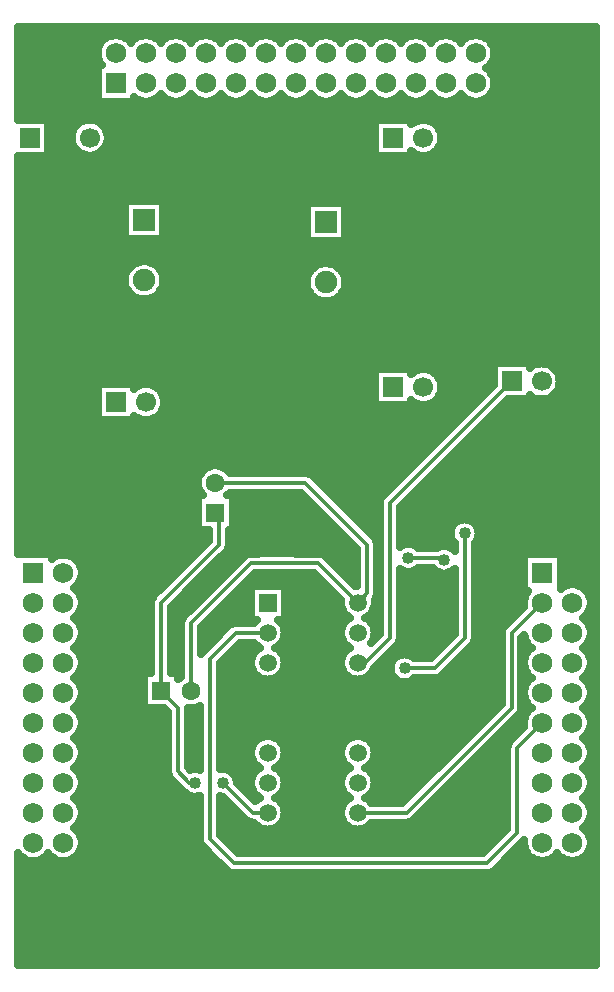
<source format=gbl>
G04 DipTrace 3.1.0.1*
G04 09342-02_pranvokua9_0_1.gbl*
%MOMM*%
G04 #@! TF.FileFunction,Copper,L2,Bot*
G04 #@! TF.Part,Single*
G04 #@! TA.AperFunction,Conductor*
%ADD15C,0.33*%
G04 #@! TA.AperFunction,CopperBalancing*
%ADD16C,0.635*%
G04 #@! TA.AperFunction,ComponentPad*
%ADD17C,1.6*%
%ADD18R,1.6X1.6*%
%ADD19R,1.75X1.75*%
%ADD20C,1.75*%
%ADD21R,1.7X1.7*%
%ADD22C,1.7*%
%ADD23R,1.9X1.9*%
%ADD24C,1.9*%
%ADD25R,1.5X1.5*%
%ADD26C,1.5*%
G04 #@! TA.AperFunction,ViaPad*
%ADD27C,1.016*%
%FSLAX35Y35*%
G04*
G71*
G90*
G75*
G01*
G04 Bottom*
%LPD*%
X3333470Y4032760D2*
D15*
X3063600D1*
X2841347Y3810507D1*
Y2286507D1*
X3047720Y2080133D1*
X5190847D1*
X5444847Y2334133D1*
Y3058033D1*
X5658207Y3271393D1*
X5000347Y4874133D2*
Y3985133D1*
X4746347Y3731133D1*
X4492347D1*
X4095470Y3778760D2*
X4158973D1*
X4365347Y3985133D1*
Y5128133D1*
X5397220Y6160007D1*
X4524097Y4667760D2*
X4809843D1*
X4825720Y4651883D1*
X4095470Y2508760D2*
X4508223D1*
X5397220Y3397757D1*
Y4026407D1*
X5658207Y4287393D1*
X3333470Y2508760D2*
X3207200D1*
X2953220Y2762740D1*
X2715120D2*
X2667500D1*
X2572260Y2857980D1*
Y3397647D1*
X2429387Y3540520D1*
Y4286567D1*
X2921473Y4778653D1*
Y5016753D1*
X2889727Y5048500D1*
X2683387Y3540520D2*
Y4111987D1*
X3191320Y4619920D1*
X3762310D1*
X4095470Y4286760D1*
X2889727Y5302500D2*
X3651620D1*
X4175467Y4778653D1*
Y4366757D1*
X4095470Y4286760D1*
D27*
X2953220Y2762740D3*
X4524097Y4667760D3*
X4825720Y4651883D3*
X2715120Y2762740D3*
X4492347Y3731133D3*
X5000347Y4874133D3*
X1228493Y9097217D2*
D16*
X6105220D1*
X1228493Y9034050D2*
X1919710D1*
X5223507D2*
X6105220D1*
X1228493Y8970883D2*
X1889907D1*
X5253220D2*
X6105220D1*
X1228493Y8907717D2*
X1889450D1*
X5253767D2*
X6105220D1*
X1228493Y8844550D2*
X1917890D1*
X5225237D2*
X6105220D1*
X1228493Y8781383D2*
X1886443D1*
X5222410D2*
X6105220D1*
X1228493Y8718217D2*
X1886443D1*
X5252947D2*
X6105220D1*
X1228493Y8655050D2*
X1886443D1*
X5254040D2*
X6105220D1*
X1228493Y8591883D2*
X1886443D1*
X5226240D2*
X6105220D1*
X1228493Y8528717D2*
X6105220D1*
X1228493Y8465550D2*
X6105220D1*
X1228493Y8402383D2*
X6105220D1*
X1476957Y8339217D2*
X1721287D1*
X1931227D2*
X4239010D1*
X4756657D2*
X6105220D1*
X1476957Y8276050D2*
X1677080D1*
X1975433D2*
X4239010D1*
X4800863D2*
X6105220D1*
X1476957Y8212883D2*
X1667967D1*
X1984547D2*
X4239010D1*
X4809977D2*
X6105220D1*
X1476957Y8149717D2*
X1686470D1*
X1966043D2*
X4239010D1*
X4791473D2*
X6105220D1*
X1476957Y8086550D2*
X1752550D1*
X1899963D2*
X4239010D1*
X4556317D2*
X4577980D1*
X4725393D2*
X6105220D1*
X1228493Y8023383D2*
X6105220D1*
X1228493Y7960217D2*
X6105220D1*
X1228493Y7897050D2*
X6105220D1*
X1228493Y7833883D2*
X6105220D1*
X1228493Y7770717D2*
X6105220D1*
X1228493Y7707550D2*
X6105220D1*
X1228493Y7644383D2*
X2117863D1*
X2455223D2*
X3657590D1*
X3994950D2*
X6105220D1*
X1228493Y7581217D2*
X2117863D1*
X2455223D2*
X3657590D1*
X3994950D2*
X6105220D1*
X1228493Y7518050D2*
X2117863D1*
X2455223D2*
X3657590D1*
X3994950D2*
X6105220D1*
X1228493Y7454883D2*
X2117863D1*
X2455223D2*
X3657590D1*
X3994950D2*
X6105220D1*
X1228493Y7391717D2*
X2117863D1*
X2455223D2*
X3657590D1*
X3994950D2*
X6105220D1*
X1228493Y7328550D2*
X6105220D1*
X1228493Y7265383D2*
X6105220D1*
X1228493Y7202217D2*
X6105220D1*
X1228493Y7139050D2*
X2173460D1*
X2399627D2*
X3734790D1*
X3917750D2*
X6105220D1*
X1228493Y7075883D2*
X2129073D1*
X2444013D2*
X3676000D1*
X3976540D2*
X6105220D1*
X1228493Y7012717D2*
X2117953D1*
X2455133D2*
X3658043D1*
X3994493D2*
X6105220D1*
X1228493Y6949550D2*
X2132447D1*
X2440640D2*
X3665883D1*
X3986567D2*
X6105220D1*
X1228493Y6886383D2*
X2183487D1*
X2389600D2*
X3704803D1*
X3947647D2*
X6105220D1*
X1228493Y6823217D2*
X6105220D1*
X1228493Y6760050D2*
X6105220D1*
X1228493Y6696883D2*
X6105220D1*
X1228493Y6633717D2*
X6105220D1*
X1228493Y6570550D2*
X6105220D1*
X1228493Y6507383D2*
X6105220D1*
X1228493Y6444217D2*
X6105220D1*
X1228493Y6381050D2*
X6105220D1*
X1228493Y6317883D2*
X6105220D1*
X1228493Y6254717D2*
X4238460D1*
X4555770D2*
X4590557D1*
X4711630D2*
X5238603D1*
X5776850D2*
X6105220D1*
X1228493Y6191550D2*
X4238460D1*
X4787553D2*
X5238603D1*
X5806567D2*
X6105220D1*
X1228493Y6128383D2*
X1889817D1*
X2207127D2*
X2244647D1*
X2360250D2*
X4238460D1*
X4808883D2*
X5238603D1*
X5806567D2*
X6105220D1*
X1228493Y6065217D2*
X1889817D1*
X2438270D2*
X4238460D1*
X4802230D2*
X5177537D1*
X5776760D2*
X6105220D1*
X1228493Y6002050D2*
X1889817D1*
X2460147D2*
X4238460D1*
X4762490D2*
X5114373D1*
X5364143D2*
X6105220D1*
X1228493Y5938883D2*
X1889817D1*
X2453947D2*
X5051210D1*
X5300980D2*
X6105220D1*
X1228493Y5875717D2*
X1889817D1*
X2414847D2*
X4988043D1*
X5237817D2*
X6105220D1*
X1228493Y5812550D2*
X4924880D1*
X5174650D2*
X6105220D1*
X1228493Y5749383D2*
X4861717D1*
X5111487D2*
X6105220D1*
X1228493Y5686217D2*
X4798553D1*
X5048323D2*
X6105220D1*
X1228493Y5623050D2*
X4735390D1*
X4985160D2*
X6105220D1*
X1228493Y5559883D2*
X4672223D1*
X4921993D2*
X6105220D1*
X1228493Y5496717D2*
X4609060D1*
X4858830D2*
X6105220D1*
X1228493Y5433550D2*
X2816130D1*
X2963363D2*
X4545897D1*
X4795667D2*
X6105220D1*
X1228493Y5370383D2*
X2752603D1*
X3707113D2*
X4482733D1*
X4732503D2*
X6105220D1*
X1228493Y5307217D2*
X2736103D1*
X3771733D2*
X4419567D1*
X4669340D2*
X6105220D1*
X1228493Y5244050D2*
X2748137D1*
X3834990D2*
X4356403D1*
X4606173D2*
X6105220D1*
X1228493Y5180883D2*
X2736103D1*
X3043387D2*
X3648383D1*
X3898153D2*
X4293877D1*
X4543010D2*
X6105220D1*
X1228493Y5117717D2*
X2736103D1*
X3043387D2*
X3711547D1*
X3961317D2*
X4275193D1*
X4479847D2*
X6105220D1*
X1228493Y5054550D2*
X2736103D1*
X3043387D2*
X3774710D1*
X4024483D2*
X4275193D1*
X4455510D2*
X6105220D1*
X1228493Y4991383D2*
X2736103D1*
X3043387D2*
X3837877D1*
X4087647D2*
X4275193D1*
X4455510D2*
X4979750D1*
X5020950D2*
X6105220D1*
X1228493Y4928217D2*
X2736103D1*
X3043387D2*
X3901040D1*
X4150810D2*
X4275193D1*
X4455510D2*
X4888970D1*
X5111670D2*
X6105220D1*
X1228493Y4865050D2*
X2831353D1*
X3011670D2*
X3964203D1*
X4213973D2*
X4275193D1*
X4455510D2*
X4876210D1*
X5124430D2*
X6105220D1*
X1228493Y4801883D2*
X2819867D1*
X3011670D2*
X4027367D1*
X4455510D2*
X4900543D1*
X5100093D2*
X6105220D1*
X1228493Y4738717D2*
X2756703D1*
X3001460D2*
X4085337D1*
X5090523D2*
X6105220D1*
X1685590Y4675550D2*
X2693540D1*
X2943220D2*
X3122107D1*
X3831527D2*
X4085337D1*
X5090523D2*
X5497003D1*
X5819327D2*
X6105220D1*
X1746657Y4612383D2*
X2630283D1*
X2880053D2*
X3058943D1*
X3894690D2*
X4085337D1*
X5090523D2*
X5497003D1*
X5819327D2*
X6105220D1*
X1764067Y4549217D2*
X2567120D1*
X2816890D2*
X2995780D1*
X3957853D2*
X4085337D1*
X4455510D2*
X4761000D1*
X4890460D2*
X4910207D1*
X5090523D2*
X5497003D1*
X5819327D2*
X6105220D1*
X1754313Y4486050D2*
X2503957D1*
X2753727D2*
X2932617D1*
X3182293D2*
X3771340D1*
X4021017D2*
X4085337D1*
X4455510D2*
X4910207D1*
X5090523D2*
X5497003D1*
X5819327D2*
X6105220D1*
X1709833Y4422883D2*
X2440793D1*
X2690563D2*
X2869450D1*
X3119130D2*
X3184817D1*
X3482163D2*
X3834503D1*
X4455510D2*
X4910207D1*
X5090523D2*
X5497003D1*
X5993413D2*
X6105220D1*
X1746017Y4359717D2*
X2377627D1*
X2627400D2*
X2806197D1*
X3055967D2*
X3184817D1*
X3482163D2*
X3897667D1*
X4455510D2*
X4910207D1*
X5090523D2*
X5514960D1*
X6055393D2*
X6105220D1*
X1763973Y4296550D2*
X2339803D1*
X2564233D2*
X2743033D1*
X2992803D2*
X3184817D1*
X3482163D2*
X3947160D1*
X4243780D2*
X4275193D1*
X4455510D2*
X4910207D1*
X5090523D2*
X5497277D1*
X6073077D2*
X6105220D1*
X1754767Y4233383D2*
X2339257D1*
X2519573D2*
X2679867D1*
X2929637D2*
X3184817D1*
X3482163D2*
X3957187D1*
X4233753D2*
X4275193D1*
X4455510D2*
X4910207D1*
X5090523D2*
X5479320D1*
X6063597D2*
X6105220D1*
X1711383Y4170217D2*
X2339257D1*
X2519573D2*
X2616793D1*
X2866473D2*
X3184817D1*
X3482163D2*
X4007407D1*
X4183530D2*
X4275193D1*
X4455510D2*
X4910207D1*
X5090523D2*
X5416157D1*
X6019757D2*
X6105220D1*
X1745290Y4107050D2*
X2339257D1*
X2519573D2*
X2593187D1*
X2803310D2*
X3018473D1*
X3461200D2*
X3967760D1*
X4223180D2*
X4275193D1*
X4455510D2*
X4910207D1*
X5090523D2*
X5352993D1*
X6054757D2*
X6105220D1*
X1763883Y4043883D2*
X2339257D1*
X2519573D2*
X2593187D1*
X2773507D2*
X2949843D1*
X3481710D2*
X3947250D1*
X4243687D2*
X4275193D1*
X4455510D2*
X4910207D1*
X5090523D2*
X5308877D1*
X6072983D2*
X6105220D1*
X1755223Y3980717D2*
X2339257D1*
X2519573D2*
X2593187D1*
X2773507D2*
X2886677D1*
X3472230D2*
X3956640D1*
X4455420D2*
X4871013D1*
X5090433D2*
X5307057D1*
X6064143D2*
X6105220D1*
X1712840Y3917550D2*
X2339257D1*
X2519573D2*
X2593187D1*
X2773507D2*
X2823513D1*
X3073283D2*
X3243603D1*
X3423377D2*
X4005583D1*
X4422607D2*
X4807850D1*
X5057620D2*
X5307057D1*
X5487373D2*
X5549140D1*
X6021213D2*
X6105220D1*
X1744560Y3854383D2*
X2339257D1*
X2519573D2*
X2593187D1*
X3010120D2*
X3206600D1*
X3460380D2*
X3968580D1*
X4359443D2*
X4744687D1*
X4994457D2*
X5307057D1*
X5487373D2*
X5516417D1*
X6054027D2*
X6105220D1*
X1763793Y3791217D2*
X2339257D1*
X2519573D2*
X2593187D1*
X2946957D2*
X3185363D1*
X3481617D2*
X3947343D1*
X4296280D2*
X4384293D1*
X4931293D2*
X5307057D1*
X6072893D2*
X6105220D1*
X1755680Y3728050D2*
X2339257D1*
X2519573D2*
X2593187D1*
X2931553D2*
X3194113D1*
X3472777D2*
X3956183D1*
X4234757D2*
X4367890D1*
X4868127D2*
X5307057D1*
X6064600D2*
X6105220D1*
X1714300Y3664883D2*
X2275727D1*
X2931553D2*
X3241783D1*
X3425197D2*
X4003760D1*
X4187177D2*
X4388213D1*
X4804053D2*
X5307057D1*
X5487373D2*
X5547680D1*
X6022763D2*
X6105220D1*
X1743740Y3601717D2*
X2275727D1*
X2931553D2*
X5307057D1*
X5487373D2*
X5517147D1*
X6053207D2*
X6105220D1*
X1763610Y3538550D2*
X2275727D1*
X2931553D2*
X5307057D1*
X6072803D2*
X6105220D1*
X1756137Y3475383D2*
X2275727D1*
X2931553D2*
X5307057D1*
X6065053D2*
X6105220D1*
X1715757Y3412217D2*
X2275727D1*
X2931553D2*
X5286820D1*
X5487373D2*
X5546223D1*
X6024220D2*
X6105220D1*
X1743010Y3349050D2*
X2482080D1*
X2662400D2*
X2751143D1*
X2931553D2*
X5223657D1*
X5471787D2*
X5517967D1*
X6052477D2*
X6105220D1*
X1763517Y3285883D2*
X2482080D1*
X2662400D2*
X2751143D1*
X2931553D2*
X5160493D1*
X5410263D2*
X5497733D1*
X6072710D2*
X6105220D1*
X1756590Y3222717D2*
X2482080D1*
X2662400D2*
X2751143D1*
X2931553D2*
X5097330D1*
X5347100D2*
X5484700D1*
X6065510D2*
X6105220D1*
X1717127Y3159550D2*
X2482080D1*
X2662400D2*
X2751143D1*
X2931553D2*
X5034163D1*
X5283843D2*
X5421443D1*
X6025590D2*
X6105220D1*
X1742190Y3096383D2*
X2482080D1*
X2662400D2*
X2751143D1*
X2931553D2*
X3209150D1*
X3457737D2*
X3971130D1*
X4219807D2*
X4971000D1*
X5220680D2*
X5363930D1*
X6051657D2*
X6105220D1*
X1763337Y3033217D2*
X2482080D1*
X2662400D2*
X2751143D1*
X2931553D2*
X3185727D1*
X3481160D2*
X3947797D1*
X4243140D2*
X4907837D1*
X5157517D2*
X5354723D1*
X6072530D2*
X6105220D1*
X1757047Y2970050D2*
X2482080D1*
X2662400D2*
X2751143D1*
X2931553D2*
X3192653D1*
X3474233D2*
X3954723D1*
X4236213D2*
X4844673D1*
X5094350D2*
X5354723D1*
X6065967D2*
X6105220D1*
X1718493Y2906883D2*
X2482080D1*
X2662400D2*
X2751143D1*
X2931553D2*
X3236677D1*
X3430303D2*
X3998657D1*
X4192280D2*
X4781510D1*
X5031187D2*
X5354723D1*
X6026957D2*
X6105220D1*
X1741370Y2843717D2*
X2483357D1*
X3045577D2*
X3210063D1*
X3456827D2*
X3972043D1*
X4218897D2*
X4718343D1*
X4968023D2*
X5354723D1*
X6050927D2*
X6105220D1*
X1763243Y2780550D2*
X2524830D1*
X3076293D2*
X3185910D1*
X3480980D2*
X3947890D1*
X4243050D2*
X4655180D1*
X4904860D2*
X5354723D1*
X6072437D2*
X6105220D1*
X1757503Y2717383D2*
X2587993D1*
X3123413D2*
X3192200D1*
X3474690D2*
X3954270D1*
X4236670D2*
X4592017D1*
X4841697D2*
X5354723D1*
X6066330D2*
X6105220D1*
X1719860Y2654217D2*
X2662187D1*
X3186577D2*
X3235127D1*
X3431850D2*
X3997107D1*
X4193830D2*
X4528760D1*
X4778530D2*
X5354723D1*
X6028323D2*
X6105220D1*
X1740550Y2591050D2*
X2751143D1*
X2931553D2*
X3000063D1*
X3455913D2*
X3973043D1*
X4715367D2*
X5354723D1*
X6050107D2*
X6105220D1*
X1763063Y2527883D2*
X2751143D1*
X2931553D2*
X3063227D1*
X3480797D2*
X3948070D1*
X4652203D2*
X5354723D1*
X6072257D2*
X6105220D1*
X1757867Y2464717D2*
X2751143D1*
X2931553D2*
X3126390D1*
X3475147D2*
X3953813D1*
X4589040D2*
X5354723D1*
X6066787D2*
X6105220D1*
X1721137Y2401550D2*
X2751143D1*
X2931553D2*
X3233580D1*
X3433400D2*
X3995557D1*
X4195380D2*
X5354723D1*
X6029600D2*
X6105220D1*
X1739730Y2338383D2*
X2751143D1*
X2931553D2*
X5324190D1*
X6049287D2*
X6105220D1*
X1762880Y2275217D2*
X2751963D1*
X2977490D2*
X5261027D1*
X6072073D2*
X6105220D1*
X1758233Y2212050D2*
X2790883D1*
X3040653D2*
X5197863D1*
X5447633D2*
X5503200D1*
X6067150D2*
X6105220D1*
X1722410Y2148883D2*
X2854140D1*
X5384470D2*
X5539477D1*
X6030877D2*
X6105220D1*
X1228493Y2085717D2*
X2917303D1*
X5321303D2*
X6105220D1*
X1228493Y2022550D2*
X2980467D1*
X5258140D2*
X6105220D1*
X1228493Y1959383D2*
X6105220D1*
X1228493Y1896217D2*
X6105220D1*
X1228493Y1833050D2*
X6105220D1*
X1228493Y1769883D2*
X6105220D1*
X1228493Y1706717D2*
X6105220D1*
X1228493Y1643550D2*
X6105220D1*
X1228493Y1580383D2*
X6105220D1*
X1228493Y1517217D2*
X6105220D1*
X1228493Y1454050D2*
X6105220D1*
X1228493Y1390883D2*
X6105220D1*
X1228493Y1327717D2*
X6105220D1*
X1228493Y1264550D2*
X6105220D1*
X2757557Y3413350D2*
X2739760Y3404423D1*
X2717777Y3397280D1*
X2694943Y3393663D1*
X2671830D1*
X2656043Y3395880D1*
X2656070Y2892607D1*
X2674897Y2873867D1*
X2687547Y2877587D1*
X2705853Y2880487D1*
X2724387D1*
X2742693Y2877587D1*
X2757567Y2872877D1*
X2757537Y3413160D1*
X2576677Y3641930D2*
X2587717Y3652537D1*
X2599543Y3661530D1*
X2599833Y4118563D1*
X2601893Y4131553D1*
X2605957Y4144060D1*
X2611927Y4155777D1*
X2619657Y4166417D1*
X2739617Y4286743D1*
X3136890Y4683650D1*
X3147530Y4691380D1*
X3159247Y4697350D1*
X3171753Y4701413D1*
X3184743Y4703473D1*
X3354653Y4703730D1*
X3768887Y4703473D1*
X3781877Y4701413D1*
X3794383Y4697350D1*
X3806100Y4691380D1*
X3816740Y4683650D1*
X3937067Y4563690D1*
X4073377Y4427377D1*
X4091677Y4428920D1*
X4091657Y4744010D1*
X3616910Y5218683D1*
X3010957Y5218690D1*
X3001743Y5206830D1*
X2991137Y5195790D1*
X3037037Y5195810D1*
Y4901190D1*
X3005227D1*
X3005023Y4772077D1*
X3002967Y4759087D1*
X2998903Y4746580D1*
X2992933Y4734863D1*
X2985203Y4724223D1*
X2865243Y4603897D1*
X2513153Y4251807D1*
X2513197Y3687830D1*
X2576697D1*
Y3642167D1*
X2305410Y3687830D2*
X2345607D1*
X2345833Y4293143D1*
X2347893Y4306133D1*
X2351957Y4318640D1*
X2357927Y4330357D1*
X2365657Y4340997D1*
X2485617Y4461323D1*
X2837707Y4813413D1*
X2837663Y4901243D1*
X2742417Y4901190D1*
Y5195810D1*
X2788080D1*
X2777710Y5206830D1*
X2764123Y5225530D1*
X2753630Y5246127D1*
X2746487Y5268110D1*
X2742870Y5290943D1*
Y5314057D1*
X2746487Y5336890D1*
X2753630Y5358873D1*
X2764123Y5379470D1*
X2777710Y5398170D1*
X2794057Y5414517D1*
X2812757Y5428103D1*
X2833353Y5438597D1*
X2855337Y5445740D1*
X2878170Y5449357D1*
X2901283D1*
X2924117Y5445740D1*
X2946100Y5438597D1*
X2966697Y5428103D1*
X2985397Y5414517D1*
X3001743Y5398170D1*
X3010737Y5386343D1*
X3658197Y5386053D1*
X3671187Y5383993D1*
X3683693Y5379930D1*
X3695410Y5373960D1*
X3706050Y5366230D1*
X3826377Y5246270D1*
X4239197Y4833083D1*
X4246927Y4822443D1*
X4252897Y4810727D1*
X4256960Y4798220D1*
X4259020Y4785230D1*
X4259277Y4615320D1*
X4259020Y4360180D1*
X4256960Y4347190D1*
X4252897Y4334683D1*
X4246927Y4322967D1*
X4239180Y4312307D1*
X4237340Y4297927D1*
Y4275593D1*
X4233847Y4253540D1*
X4226947Y4232300D1*
X4216810Y4212403D1*
X4203683Y4194337D1*
X4187893Y4178547D1*
X4169827Y4165420D1*
X4160077Y4159560D1*
X4179117Y4147890D1*
X4196100Y4133390D1*
X4210600Y4116407D1*
X4222270Y4097367D1*
X4230813Y4076737D1*
X4236027Y4055023D1*
X4237780Y4032760D1*
X4236027Y4010497D1*
X4230813Y3988783D1*
X4222270Y3968153D1*
X4209870Y3948187D1*
X4281523Y4019837D1*
X4281793Y5134710D1*
X4283853Y5147700D1*
X4287917Y5160207D1*
X4293887Y5171923D1*
X4301617Y5182563D1*
X4421577Y5302890D1*
X5244923Y6126237D1*
X5244910Y6312317D1*
X5549530D1*
Y6273397D1*
X5561693Y6283227D1*
X5582073Y6295717D1*
X5604153Y6304863D1*
X5627393Y6310440D1*
X5651220Y6312317D1*
X5675047Y6310440D1*
X5698287Y6304863D1*
X5720367Y6295717D1*
X5740747Y6283227D1*
X5758920Y6267707D1*
X5774440Y6249533D1*
X5786930Y6229153D1*
X5796077Y6207073D1*
X5801653Y6183833D1*
X5803530Y6160007D1*
X5801653Y6136180D1*
X5796077Y6112940D1*
X5786930Y6090860D1*
X5774440Y6070480D1*
X5758920Y6052307D1*
X5740747Y6036787D1*
X5720367Y6024297D1*
X5698287Y6015150D1*
X5675047Y6009573D1*
X5651220Y6007697D1*
X5627393Y6009573D1*
X5604153Y6015150D1*
X5582073Y6024297D1*
X5561693Y6036787D1*
X5549523Y6046757D1*
X5549530Y6007697D1*
X5363500D1*
X4449197Y5093457D1*
X4449157Y4759083D1*
X4462383Y4768467D1*
X4478897Y4776880D1*
X4496523Y4782607D1*
X4514830Y4785507D1*
X4533363D1*
X4551670Y4782607D1*
X4569297Y4776880D1*
X4585810Y4768467D1*
X4600803Y4757570D1*
X4607320Y4751547D1*
X4762443Y4751570D1*
X4780520Y4761003D1*
X4798147Y4766730D1*
X4816453Y4769630D1*
X4834987D1*
X4853293Y4766730D1*
X4870920Y4761003D1*
X4887433Y4752590D1*
X4902427Y4741693D1*
X4916540Y4727310D1*
X4916537Y4790953D1*
X4904793Y4804710D1*
X4895110Y4820513D1*
X4888017Y4837637D1*
X4883690Y4855657D1*
X4882237Y4874133D1*
X4883690Y4892610D1*
X4888017Y4910630D1*
X4895110Y4927753D1*
X4904793Y4943557D1*
X4916830Y4957650D1*
X4930923Y4969687D1*
X4946727Y4979370D1*
X4963850Y4986463D1*
X4981870Y4990790D1*
X5000347Y4992243D1*
X5018823Y4990790D1*
X5036843Y4986463D1*
X5053967Y4979370D1*
X5069770Y4969687D1*
X5083863Y4957650D1*
X5095900Y4943557D1*
X5105583Y4927753D1*
X5112677Y4910630D1*
X5117003Y4892610D1*
X5118457Y4874133D1*
X5117003Y4855657D1*
X5112677Y4837637D1*
X5105583Y4820513D1*
X5095900Y4804710D1*
X5084133Y4790910D1*
X5083900Y3978557D1*
X5081840Y3965567D1*
X5077777Y3953060D1*
X5071807Y3941343D1*
X5064077Y3930703D1*
X4944117Y3810377D1*
X4800777Y3667403D1*
X4790137Y3659673D1*
X4778420Y3653703D1*
X4765913Y3649640D1*
X4752923Y3647580D1*
X4583013Y3647323D1*
X4575630D1*
X4561770Y3635580D1*
X4545967Y3625897D1*
X4528843Y3618803D1*
X4510823Y3614477D1*
X4492347Y3613023D1*
X4473870Y3614477D1*
X4455850Y3618803D1*
X4438727Y3625897D1*
X4422923Y3635580D1*
X4408830Y3647617D1*
X4396793Y3661710D1*
X4387110Y3677513D1*
X4380017Y3694637D1*
X4375690Y3712657D1*
X4374237Y3731133D1*
X4375690Y3749610D1*
X4380017Y3767630D1*
X4387110Y3784753D1*
X4396793Y3800557D1*
X4408830Y3814650D1*
X4422923Y3826687D1*
X4438727Y3836370D1*
X4455850Y3843463D1*
X4473870Y3847790D1*
X4492347Y3849243D1*
X4510823Y3847790D1*
X4528843Y3843463D1*
X4545967Y3836370D1*
X4561770Y3826687D1*
X4575570Y3814920D1*
X4711553Y3814943D1*
X4916590Y4019903D1*
X4916537Y4576397D1*
X4902427Y4562073D1*
X4887433Y4551177D1*
X4870920Y4542763D1*
X4853293Y4537037D1*
X4834987Y4534137D1*
X4816453D1*
X4798147Y4537037D1*
X4780520Y4542763D1*
X4764007Y4551177D1*
X4749013Y4562073D1*
X4735910Y4575177D1*
X4729180Y4583937D1*
X4607410Y4583950D1*
X4593520Y4572207D1*
X4577717Y4562523D1*
X4560593Y4555430D1*
X4542573Y4551103D1*
X4524097Y4549650D1*
X4505620Y4551103D1*
X4487600Y4555430D1*
X4470477Y4562523D1*
X4454673Y4572207D1*
X4449183Y4576537D1*
X4448900Y3978557D1*
X4446840Y3965567D1*
X4442777Y3953060D1*
X4436807Y3941343D1*
X4429077Y3930703D1*
X4309117Y3810377D1*
X4229390Y3730653D1*
X4222270Y3714153D1*
X4210600Y3695113D1*
X4196100Y3678130D1*
X4179117Y3663630D1*
X4160077Y3651960D1*
X4139447Y3643417D1*
X4117733Y3638203D1*
X4095470Y3636450D1*
X4073207Y3638203D1*
X4051493Y3643417D1*
X4030863Y3651960D1*
X4011823Y3663630D1*
X3994840Y3678130D1*
X3980340Y3695113D1*
X3968670Y3714153D1*
X3960127Y3734783D1*
X3954913Y3756497D1*
X3953160Y3778760D1*
X3954913Y3801023D1*
X3960127Y3822737D1*
X3968670Y3843367D1*
X3980340Y3862407D1*
X3994840Y3879390D1*
X4011823Y3893890D1*
X4031300Y3905760D1*
X4011823Y3917630D1*
X3994840Y3932130D1*
X3980340Y3949113D1*
X3968670Y3968153D1*
X3960127Y3988783D1*
X3954913Y4010497D1*
X3953160Y4032760D1*
X3954913Y4055023D1*
X3960127Y4076737D1*
X3968670Y4097367D1*
X3980340Y4116407D1*
X3994840Y4133390D1*
X4011823Y4147890D1*
X4031300Y4159760D1*
X4011823Y4171630D1*
X3994840Y4186130D1*
X3980340Y4203113D1*
X3968670Y4222153D1*
X3960127Y4242783D1*
X3954913Y4264497D1*
X3953160Y4286760D1*
X3954887Y4308807D1*
X3727557Y4536147D1*
X3226100Y4536110D1*
X2767143Y4077220D1*
X2767197Y3849577D1*
X2773543Y3859770D1*
X2782103Y3869787D1*
X3009170Y4096490D1*
X3019810Y4104220D1*
X3031527Y4110190D1*
X3044033Y4114253D1*
X3057023Y4116313D1*
X3218457Y4116570D1*
X3232840Y4133390D1*
X3245470Y4144460D1*
X3191160Y4144450D1*
Y4429070D1*
X3475780D1*
Y4144450D1*
X3421730D1*
X3434100Y4133390D1*
X3448600Y4116407D1*
X3460270Y4097367D1*
X3468813Y4076737D1*
X3474027Y4055023D1*
X3475780Y4032760D1*
X3474027Y4010497D1*
X3468813Y3988783D1*
X3460270Y3968153D1*
X3448600Y3949113D1*
X3434100Y3932130D1*
X3417117Y3917630D1*
X3397640Y3905760D1*
X3417117Y3893890D1*
X3434100Y3879390D1*
X3448600Y3862407D1*
X3460270Y3843367D1*
X3468813Y3822737D1*
X3474027Y3801023D1*
X3475780Y3778760D1*
X3474027Y3756497D1*
X3468813Y3734783D1*
X3460270Y3714153D1*
X3448600Y3695113D1*
X3434100Y3678130D1*
X3417117Y3663630D1*
X3398077Y3651960D1*
X3377447Y3643417D1*
X3355733Y3638203D1*
X3333470Y3636450D1*
X3311207Y3638203D1*
X3289493Y3643417D1*
X3268863Y3651960D1*
X3249823Y3663630D1*
X3232840Y3678130D1*
X3218340Y3695113D1*
X3206670Y3714153D1*
X3198127Y3734783D1*
X3192913Y3756497D1*
X3191160Y3778760D1*
X3192913Y3801023D1*
X3198127Y3822737D1*
X3206670Y3843367D1*
X3218340Y3862407D1*
X3232840Y3879390D1*
X3249823Y3893890D1*
X3269300Y3905760D1*
X3249823Y3917630D1*
X3232840Y3932130D1*
X3218473Y3948940D1*
X3098403Y3948950D1*
X2925197Y3775830D1*
X2925157Y2877447D1*
X2943953Y2880487D1*
X2962487D1*
X2980793Y2877587D1*
X2998420Y2871860D1*
X3014933Y2863447D1*
X3029927Y2852550D1*
X3043030Y2839447D1*
X3053927Y2824453D1*
X3062340Y2807940D1*
X3068067Y2790313D1*
X3070967Y2772007D1*
X3071313Y2763137D1*
X3229100Y2605387D1*
X3241047Y2616973D1*
X3259113Y2630100D1*
X3268863Y2635960D1*
X3249823Y2647630D1*
X3232840Y2662130D1*
X3218340Y2679113D1*
X3206670Y2698153D1*
X3198127Y2718783D1*
X3192913Y2740497D1*
X3191160Y2762760D1*
X3192913Y2785023D1*
X3198127Y2806737D1*
X3206670Y2827367D1*
X3218340Y2846407D1*
X3232840Y2863390D1*
X3249823Y2877890D1*
X3269300Y2889760D1*
X3249823Y2901630D1*
X3232840Y2916130D1*
X3218340Y2933113D1*
X3206670Y2952153D1*
X3198127Y2972783D1*
X3192913Y2994497D1*
X3191160Y3016760D1*
X3192913Y3039023D1*
X3198127Y3060737D1*
X3206670Y3081367D1*
X3218340Y3100407D1*
X3232840Y3117390D1*
X3249823Y3131890D1*
X3268863Y3143560D1*
X3289493Y3152103D1*
X3311207Y3157317D1*
X3333470Y3159070D1*
X3355733Y3157317D1*
X3377447Y3152103D1*
X3398077Y3143560D1*
X3417117Y3131890D1*
X3434100Y3117390D1*
X3448600Y3100407D1*
X3460270Y3081367D1*
X3468813Y3060737D1*
X3474027Y3039023D1*
X3475780Y3016760D1*
X3474027Y2994497D1*
X3468813Y2972783D1*
X3460270Y2952153D1*
X3448600Y2933113D1*
X3434100Y2916130D1*
X3417117Y2901630D1*
X3397640Y2889760D1*
X3417117Y2877890D1*
X3434100Y2863390D1*
X3448600Y2846407D1*
X3460270Y2827367D1*
X3468813Y2806737D1*
X3474027Y2785023D1*
X3475780Y2762760D1*
X3474027Y2740497D1*
X3468813Y2718783D1*
X3460270Y2698153D1*
X3448600Y2679113D1*
X3434100Y2662130D1*
X3417117Y2647630D1*
X3397640Y2635760D1*
X3417117Y2623890D1*
X3434100Y2609390D1*
X3448600Y2592407D1*
X3460270Y2573367D1*
X3468813Y2552737D1*
X3474027Y2531023D1*
X3475780Y2508760D1*
X3474027Y2486497D1*
X3468813Y2464783D1*
X3460270Y2444153D1*
X3448600Y2425113D1*
X3434100Y2408130D1*
X3417117Y2393630D1*
X3398077Y2381960D1*
X3377447Y2373417D1*
X3355733Y2368203D1*
X3333470Y2366450D1*
X3311207Y2368203D1*
X3289493Y2373417D1*
X3268863Y2381960D1*
X3249823Y2393630D1*
X3232840Y2408130D1*
X3218473Y2424940D1*
X3200623Y2425207D1*
X3187633Y2427267D1*
X3175127Y2431330D1*
X3163410Y2437300D1*
X3152770Y2445030D1*
X3032443Y2564990D1*
X2952847Y2644587D1*
X2934743Y2646083D1*
X2925123Y2648040D1*
X2925157Y2321273D1*
X3082423Y2163957D1*
X5156197Y2163943D1*
X5361090Y2368903D1*
X5361293Y3064610D1*
X5363353Y3077600D1*
X5367417Y3090107D1*
X5373387Y3101823D1*
X5381117Y3112463D1*
X5501077Y3232790D1*
X5506943Y3238653D1*
X5503873Y3259247D1*
Y3283540D1*
X5507673Y3307533D1*
X5515180Y3330637D1*
X5526210Y3352280D1*
X5540487Y3371933D1*
X5557667Y3389113D1*
X5569777Y3398353D1*
X5557667Y3407673D1*
X5540487Y3424853D1*
X5526210Y3444507D1*
X5515180Y3466150D1*
X5507673Y3489253D1*
X5503873Y3513247D1*
Y3537540D1*
X5507673Y3561533D1*
X5515180Y3584637D1*
X5526210Y3606280D1*
X5540487Y3625933D1*
X5557667Y3643113D1*
X5569777Y3652353D1*
X5557667Y3661673D1*
X5540487Y3678853D1*
X5526210Y3698507D1*
X5515180Y3720150D1*
X5507673Y3743253D1*
X5503873Y3767247D1*
Y3791540D1*
X5507673Y3815533D1*
X5515180Y3838637D1*
X5526210Y3860280D1*
X5540487Y3879933D1*
X5557667Y3897113D1*
X5569777Y3906353D1*
X5557667Y3915673D1*
X5540487Y3932853D1*
X5526210Y3952507D1*
X5515180Y3974150D1*
X5507673Y3997253D1*
X5504583Y4015260D1*
X5481003Y3991663D1*
X5480773Y3391180D1*
X5478713Y3378190D1*
X5474650Y3365683D1*
X5468680Y3353967D1*
X5460950Y3343327D1*
X5340990Y3223000D1*
X4562653Y2445030D1*
X4552013Y2437300D1*
X4540297Y2431330D1*
X4527790Y2427267D1*
X4514800Y2425207D1*
X4344890Y2424950D1*
X4210450D1*
X4196100Y2408130D1*
X4179117Y2393630D1*
X4160077Y2381960D1*
X4139447Y2373417D1*
X4117733Y2368203D1*
X4095470Y2366450D1*
X4073207Y2368203D1*
X4051493Y2373417D1*
X4030863Y2381960D1*
X4011823Y2393630D1*
X3994840Y2408130D1*
X3980340Y2425113D1*
X3968670Y2444153D1*
X3960127Y2464783D1*
X3954913Y2486497D1*
X3953160Y2508760D1*
X3954913Y2531023D1*
X3960127Y2552737D1*
X3968670Y2573367D1*
X3980340Y2592407D1*
X3994840Y2609390D1*
X4011823Y2623890D1*
X4031300Y2635760D1*
X4011823Y2647630D1*
X3994840Y2662130D1*
X3980340Y2679113D1*
X3968670Y2698153D1*
X3960127Y2718783D1*
X3954913Y2740497D1*
X3953160Y2762760D1*
X3954913Y2785023D1*
X3960127Y2806737D1*
X3968670Y2827367D1*
X3980340Y2846407D1*
X3994840Y2863390D1*
X4011823Y2877890D1*
X4031300Y2889760D1*
X4011823Y2901630D1*
X3994840Y2916130D1*
X3980340Y2933113D1*
X3968670Y2952153D1*
X3960127Y2972783D1*
X3954913Y2994497D1*
X3953160Y3016760D1*
X3954913Y3039023D1*
X3960127Y3060737D1*
X3968670Y3081367D1*
X3980340Y3100407D1*
X3994840Y3117390D1*
X4011823Y3131890D1*
X4030863Y3143560D1*
X4051493Y3152103D1*
X4073207Y3157317D1*
X4095470Y3159070D1*
X4117733Y3157317D1*
X4139447Y3152103D1*
X4160077Y3143560D1*
X4179117Y3131890D1*
X4196100Y3117390D1*
X4210600Y3100407D1*
X4222270Y3081367D1*
X4230813Y3060737D1*
X4236027Y3039023D1*
X4237780Y3016760D1*
X4236027Y2994497D1*
X4230813Y2972783D1*
X4222270Y2952153D1*
X4210600Y2933113D1*
X4196100Y2916130D1*
X4179117Y2901630D1*
X4159640Y2889760D1*
X4179117Y2877890D1*
X4196100Y2863390D1*
X4210600Y2846407D1*
X4222270Y2827367D1*
X4230813Y2806737D1*
X4236027Y2785023D1*
X4237780Y2762760D1*
X4236027Y2740497D1*
X4230813Y2718783D1*
X4222270Y2698153D1*
X4210600Y2679113D1*
X4196100Y2662130D1*
X4179117Y2647630D1*
X4159640Y2635760D1*
X4179117Y2623890D1*
X4196100Y2609390D1*
X4210467Y2592580D1*
X4473453Y2592570D1*
X5313427Y3432490D1*
X5313667Y4032983D1*
X5315727Y4045973D1*
X5319790Y4058480D1*
X5325760Y4070197D1*
X5333490Y4080837D1*
X5453450Y4201163D1*
X5506880Y4254593D1*
X5503873Y4275247D1*
Y4299540D1*
X5507673Y4323533D1*
X5515180Y4346637D1*
X5526210Y4368280D1*
X5539400Y4386553D1*
X5503397Y4386583D1*
Y4696203D1*
X5813017D1*
Y4406267D1*
X5831320Y4419390D1*
X5852963Y4430420D1*
X5876067Y4437927D1*
X5900060Y4441727D1*
X5924353D1*
X5948347Y4437927D1*
X5971450Y4430420D1*
X5993093Y4419390D1*
X6012747Y4405113D1*
X6029927Y4387933D1*
X6044203Y4368280D1*
X6055233Y4346637D1*
X6062740Y4323533D1*
X6066540Y4299540D1*
Y4275247D1*
X6062740Y4251253D1*
X6055233Y4228150D1*
X6044203Y4206507D1*
X6029927Y4186853D1*
X6012747Y4169673D1*
X6000637Y4160433D1*
X6012747Y4151113D1*
X6029927Y4133933D1*
X6044203Y4114280D1*
X6055233Y4092637D1*
X6062740Y4069533D1*
X6066540Y4045540D1*
Y4021247D1*
X6062740Y3997253D1*
X6055233Y3974150D1*
X6044203Y3952507D1*
X6029927Y3932853D1*
X6012747Y3915673D1*
X6000637Y3906433D1*
X6012747Y3897113D1*
X6029927Y3879933D1*
X6044203Y3860280D1*
X6055233Y3838637D1*
X6062740Y3815533D1*
X6066540Y3791540D1*
Y3767247D1*
X6062740Y3743253D1*
X6055233Y3720150D1*
X6044203Y3698507D1*
X6029927Y3678853D1*
X6012747Y3661673D1*
X6000637Y3652433D1*
X6012747Y3643113D1*
X6029927Y3625933D1*
X6044203Y3606280D1*
X6055233Y3584637D1*
X6062740Y3561533D1*
X6066540Y3537540D1*
Y3513247D1*
X6062740Y3489253D1*
X6055233Y3466150D1*
X6044203Y3444507D1*
X6029927Y3424853D1*
X6012747Y3407673D1*
X6000637Y3398433D1*
X6012747Y3389113D1*
X6029927Y3371933D1*
X6044203Y3352280D1*
X6055233Y3330637D1*
X6062740Y3307533D1*
X6066540Y3283540D1*
Y3259247D1*
X6062740Y3235253D1*
X6055233Y3212150D1*
X6044203Y3190507D1*
X6029927Y3170853D1*
X6012747Y3153673D1*
X6000637Y3144433D1*
X6012747Y3135113D1*
X6029927Y3117933D1*
X6044203Y3098280D1*
X6055233Y3076637D1*
X6062740Y3053533D1*
X6066540Y3029540D1*
Y3005247D1*
X6062740Y2981253D1*
X6055233Y2958150D1*
X6044203Y2936507D1*
X6029927Y2916853D1*
X6012747Y2899673D1*
X6000637Y2890433D1*
X6012747Y2881113D1*
X6029927Y2863933D1*
X6044203Y2844280D1*
X6055233Y2822637D1*
X6062740Y2799533D1*
X6066540Y2775540D1*
Y2751247D1*
X6062740Y2727253D1*
X6055233Y2704150D1*
X6044203Y2682507D1*
X6029927Y2662853D1*
X6012747Y2645673D1*
X6000637Y2636433D1*
X6012747Y2627113D1*
X6029927Y2609933D1*
X6044203Y2590280D1*
X6055233Y2568637D1*
X6062740Y2545533D1*
X6066540Y2521540D1*
Y2497247D1*
X6062740Y2473253D1*
X6055233Y2450150D1*
X6044203Y2428507D1*
X6029927Y2408853D1*
X6012747Y2391673D1*
X6000637Y2382433D1*
X6012747Y2373113D1*
X6029927Y2355933D1*
X6044203Y2336280D1*
X6055233Y2314637D1*
X6062740Y2291533D1*
X6066540Y2267540D1*
Y2243247D1*
X6062740Y2219253D1*
X6055233Y2196150D1*
X6044203Y2174507D1*
X6029927Y2154853D1*
X6012747Y2137673D1*
X5993093Y2123397D1*
X5971450Y2112367D1*
X5948347Y2104860D1*
X5924353Y2101060D1*
X5900060D1*
X5876067Y2104860D1*
X5852963Y2112367D1*
X5831320Y2123397D1*
X5811667Y2137673D1*
X5794487Y2154853D1*
X5785247Y2166963D1*
X5775927Y2154853D1*
X5758747Y2137673D1*
X5739093Y2123397D1*
X5717450Y2112367D1*
X5694347Y2104860D1*
X5670353Y2101060D1*
X5646060D1*
X5622067Y2104860D1*
X5598963Y2112367D1*
X5577320Y2123397D1*
X5557667Y2137673D1*
X5540487Y2154853D1*
X5526210Y2174507D1*
X5515180Y2196150D1*
X5507673Y2219253D1*
X5503873Y2243247D1*
Y2267540D1*
X5504827Y2275603D1*
X5245277Y2016403D1*
X5234637Y2008673D1*
X5222920Y2002703D1*
X5210413Y1998640D1*
X5197423Y1996580D1*
X5027513Y1996323D1*
X3041143Y1996580D1*
X3028153Y1998640D1*
X3015647Y2002703D1*
X3003930Y2008673D1*
X2993290Y2016403D1*
X2872963Y2136363D1*
X2777617Y2232077D1*
X2769887Y2242717D1*
X2763917Y2254433D1*
X2759853Y2266940D1*
X2757793Y2279930D1*
X2757537Y2449840D1*
Y2652457D1*
X2742693Y2647893D1*
X2724387Y2644993D1*
X2705853D1*
X2687547Y2647893D1*
X2669920Y2653620D1*
X2653407Y2662033D1*
X2638413Y2672930D1*
X2625310Y2686033D1*
X2618237Y2694937D1*
X2608237Y2703477D1*
X2508530Y2803550D1*
X2500800Y2814190D1*
X2494830Y2825907D1*
X2490767Y2838413D1*
X2488707Y2851403D1*
X2488450Y3021313D1*
Y3363020D1*
X2458150Y3393230D1*
X2282077Y3393210D1*
Y3687830D1*
X2305410D1*
X1222087Y4695570D2*
X1503907D1*
Y4659567D1*
X1522210Y4672757D1*
X1543853Y4683787D1*
X1566957Y4691293D1*
X1590950Y4695093D1*
X1615243D1*
X1639237Y4691293D1*
X1662340Y4683787D1*
X1683983Y4672757D1*
X1703637Y4658480D1*
X1720817Y4641300D1*
X1735093Y4621647D1*
X1746123Y4600003D1*
X1753630Y4576900D1*
X1757430Y4552907D1*
Y4528613D1*
X1753630Y4504620D1*
X1746123Y4481517D1*
X1735093Y4459873D1*
X1720817Y4440220D1*
X1703637Y4423040D1*
X1691527Y4413800D1*
X1703637Y4404480D1*
X1720817Y4387300D1*
X1735093Y4367647D1*
X1746123Y4346003D1*
X1753630Y4322900D1*
X1757430Y4298907D1*
Y4274613D1*
X1753630Y4250620D1*
X1746123Y4227517D1*
X1735093Y4205873D1*
X1720817Y4186220D1*
X1703637Y4169040D1*
X1691527Y4159800D1*
X1703637Y4150480D1*
X1720817Y4133300D1*
X1735093Y4113647D1*
X1746123Y4092003D1*
X1753630Y4068900D1*
X1757430Y4044907D1*
Y4020613D1*
X1753630Y3996620D1*
X1746123Y3973517D1*
X1735093Y3951873D1*
X1720817Y3932220D1*
X1703637Y3915040D1*
X1691527Y3905800D1*
X1703637Y3896480D1*
X1720817Y3879300D1*
X1735093Y3859647D1*
X1746123Y3838003D1*
X1753630Y3814900D1*
X1757430Y3790907D1*
Y3766613D1*
X1753630Y3742620D1*
X1746123Y3719517D1*
X1735093Y3697873D1*
X1720817Y3678220D1*
X1703637Y3661040D1*
X1691527Y3651800D1*
X1703637Y3642480D1*
X1720817Y3625300D1*
X1735093Y3605647D1*
X1746123Y3584003D1*
X1753630Y3560900D1*
X1757430Y3536907D1*
Y3512613D1*
X1753630Y3488620D1*
X1746123Y3465517D1*
X1735093Y3443873D1*
X1720817Y3424220D1*
X1703637Y3407040D1*
X1691527Y3397800D1*
X1703637Y3388480D1*
X1720817Y3371300D1*
X1735093Y3351647D1*
X1746123Y3330003D1*
X1753630Y3306900D1*
X1757430Y3282907D1*
Y3258613D1*
X1753630Y3234620D1*
X1746123Y3211517D1*
X1735093Y3189873D1*
X1720817Y3170220D1*
X1703637Y3153040D1*
X1691527Y3143800D1*
X1703637Y3134480D1*
X1720817Y3117300D1*
X1735093Y3097647D1*
X1746123Y3076003D1*
X1753630Y3052900D1*
X1757430Y3028907D1*
Y3004613D1*
X1753630Y2980620D1*
X1746123Y2957517D1*
X1735093Y2935873D1*
X1720817Y2916220D1*
X1703637Y2899040D1*
X1691527Y2889800D1*
X1703637Y2880480D1*
X1720817Y2863300D1*
X1735093Y2843647D1*
X1746123Y2822003D1*
X1753630Y2798900D1*
X1757430Y2774907D1*
Y2750613D1*
X1753630Y2726620D1*
X1746123Y2703517D1*
X1735093Y2681873D1*
X1720817Y2662220D1*
X1703637Y2645040D1*
X1691527Y2635800D1*
X1703637Y2626480D1*
X1720817Y2609300D1*
X1735093Y2589647D1*
X1746123Y2568003D1*
X1753630Y2544900D1*
X1757430Y2520907D1*
Y2496613D1*
X1753630Y2472620D1*
X1746123Y2449517D1*
X1735093Y2427873D1*
X1720817Y2408220D1*
X1703637Y2391040D1*
X1691527Y2381800D1*
X1703637Y2372480D1*
X1720817Y2355300D1*
X1735093Y2335647D1*
X1746123Y2314003D1*
X1753630Y2290900D1*
X1757430Y2266907D1*
Y2242613D1*
X1753630Y2218620D1*
X1746123Y2195517D1*
X1735093Y2173873D1*
X1720817Y2154220D1*
X1703637Y2137040D1*
X1683983Y2122763D1*
X1662340Y2111733D1*
X1639237Y2104227D1*
X1615243Y2100427D1*
X1590950D1*
X1566957Y2104227D1*
X1543853Y2111733D1*
X1522210Y2122763D1*
X1502557Y2137040D1*
X1485377Y2154220D1*
X1476137Y2166330D1*
X1466817Y2154220D1*
X1449637Y2137040D1*
X1429983Y2122763D1*
X1408340Y2111733D1*
X1385237Y2104227D1*
X1361243Y2100427D1*
X1336950D1*
X1312957Y2104227D1*
X1289853Y2111733D1*
X1268210Y2122763D1*
X1248557Y2137040D1*
X1231377Y2154220D1*
X1222087Y2166410D1*
X1222097Y1222797D1*
X6111583Y1222883D1*
X6111597Y9160470D1*
X1222110Y9160383D1*
X1222097Y8375557D1*
X1470577Y8375477D1*
Y8070857D1*
X1222023D1*
X1222097Y4695637D1*
X1919463Y6137337D2*
X2200750D1*
Y6098417D1*
X2212913Y6108247D1*
X2233293Y6120737D1*
X2255373Y6129883D1*
X2278613Y6135460D1*
X2302440Y6137337D1*
X2326267Y6135460D1*
X2349507Y6129883D1*
X2371587Y6120737D1*
X2391967Y6108247D1*
X2410140Y6092727D1*
X2425660Y6074553D1*
X2438150Y6054173D1*
X2447297Y6032093D1*
X2452873Y6008853D1*
X2454750Y5985027D1*
X2452873Y5961200D1*
X2447297Y5937960D1*
X2438150Y5915880D1*
X2425660Y5895500D1*
X2410140Y5877327D1*
X2391967Y5861807D1*
X2371587Y5849317D1*
X2349507Y5840170D1*
X2326267Y5834593D1*
X2302440Y5832717D1*
X2278613Y5834593D1*
X2255373Y5840170D1*
X2233293Y5849317D1*
X2212913Y5861807D1*
X2200743Y5871777D1*
X2200750Y5832717D1*
X1896130D1*
Y6137337D1*
X1919463D1*
X4268120Y6264693D2*
X4549407D1*
Y6225773D1*
X4561570Y6235603D1*
X4581950Y6248093D1*
X4604030Y6257240D1*
X4627270Y6262817D1*
X4651097Y6264693D1*
X4674923Y6262817D1*
X4698163Y6257240D1*
X4720243Y6248093D1*
X4740623Y6235603D1*
X4758797Y6220083D1*
X4774317Y6201910D1*
X4786807Y6181530D1*
X4795953Y6159450D1*
X4801530Y6136210D1*
X4803407Y6112383D1*
X4801530Y6088557D1*
X4795953Y6065317D1*
X4786807Y6043237D1*
X4774317Y6022857D1*
X4758797Y6004683D1*
X4740623Y5989163D1*
X4720243Y5976673D1*
X4698163Y5967527D1*
X4674923Y5961950D1*
X4651097Y5960073D1*
X4627270Y5961950D1*
X4604030Y5967527D1*
X4581950Y5976673D1*
X4561570Y5989163D1*
X4549400Y5999133D1*
X4549407Y5960073D1*
X4244787D1*
Y6264693D1*
X4268120D1*
X1916120Y8838943D2*
X1928790D1*
X1915600Y8857247D1*
X1904570Y8878890D1*
X1897063Y8901993D1*
X1893263Y8925987D1*
Y8950280D1*
X1897063Y8974273D1*
X1904570Y8997377D1*
X1915600Y9019020D1*
X1929877Y9038673D1*
X1947057Y9055853D1*
X1966710Y9070130D1*
X1988353Y9081160D1*
X2011457Y9088667D1*
X2035450Y9092467D1*
X2059743D1*
X2083737Y9088667D1*
X2106840Y9081160D1*
X2128483Y9070130D1*
X2148137Y9055853D1*
X2165317Y9038673D1*
X2174557Y9026563D1*
X2183877Y9038673D1*
X2201057Y9055853D1*
X2220710Y9070130D1*
X2242353Y9081160D1*
X2265457Y9088667D1*
X2289450Y9092467D1*
X2313743D1*
X2337737Y9088667D1*
X2360840Y9081160D1*
X2382483Y9070130D1*
X2402137Y9055853D1*
X2419317Y9038673D1*
X2428557Y9026563D1*
X2437877Y9038673D1*
X2455057Y9055853D1*
X2474710Y9070130D1*
X2496353Y9081160D1*
X2519457Y9088667D1*
X2543450Y9092467D1*
X2567743D1*
X2591737Y9088667D1*
X2614840Y9081160D1*
X2636483Y9070130D1*
X2656137Y9055853D1*
X2673317Y9038673D1*
X2682557Y9026563D1*
X2691877Y9038673D1*
X2709057Y9055853D1*
X2728710Y9070130D1*
X2750353Y9081160D1*
X2773457Y9088667D1*
X2797450Y9092467D1*
X2821743D1*
X2845737Y9088667D1*
X2868840Y9081160D1*
X2890483Y9070130D1*
X2910137Y9055853D1*
X2927317Y9038673D1*
X2936557Y9026563D1*
X2945877Y9038673D1*
X2963057Y9055853D1*
X2982710Y9070130D1*
X3004353Y9081160D1*
X3027457Y9088667D1*
X3051450Y9092467D1*
X3075743D1*
X3099737Y9088667D1*
X3122840Y9081160D1*
X3144483Y9070130D1*
X3164137Y9055853D1*
X3181317Y9038673D1*
X3190557Y9026563D1*
X3199877Y9038673D1*
X3217057Y9055853D1*
X3236710Y9070130D1*
X3258353Y9081160D1*
X3281457Y9088667D1*
X3305450Y9092467D1*
X3329743D1*
X3353737Y9088667D1*
X3376840Y9081160D1*
X3398483Y9070130D1*
X3418137Y9055853D1*
X3435317Y9038673D1*
X3444557Y9026563D1*
X3453877Y9038673D1*
X3471057Y9055853D1*
X3490710Y9070130D1*
X3512353Y9081160D1*
X3535457Y9088667D1*
X3559450Y9092467D1*
X3583743D1*
X3607737Y9088667D1*
X3630840Y9081160D1*
X3652483Y9070130D1*
X3672137Y9055853D1*
X3689317Y9038673D1*
X3698557Y9026563D1*
X3707877Y9038673D1*
X3725057Y9055853D1*
X3744710Y9070130D1*
X3766353Y9081160D1*
X3789457Y9088667D1*
X3813450Y9092467D1*
X3837743D1*
X3861737Y9088667D1*
X3884840Y9081160D1*
X3906483Y9070130D1*
X3926137Y9055853D1*
X3943317Y9038673D1*
X3952557Y9026563D1*
X3961877Y9038673D1*
X3979057Y9055853D1*
X3998710Y9070130D1*
X4020353Y9081160D1*
X4043457Y9088667D1*
X4067450Y9092467D1*
X4091743D1*
X4115737Y9088667D1*
X4138840Y9081160D1*
X4160483Y9070130D1*
X4180137Y9055853D1*
X4197317Y9038673D1*
X4206557Y9026563D1*
X4215877Y9038673D1*
X4233057Y9055853D1*
X4252710Y9070130D1*
X4274353Y9081160D1*
X4297457Y9088667D1*
X4321450Y9092467D1*
X4345743D1*
X4369737Y9088667D1*
X4392840Y9081160D1*
X4414483Y9070130D1*
X4434137Y9055853D1*
X4451317Y9038673D1*
X4460557Y9026563D1*
X4469877Y9038673D1*
X4487057Y9055853D1*
X4506710Y9070130D1*
X4528353Y9081160D1*
X4551457Y9088667D1*
X4575450Y9092467D1*
X4599743D1*
X4623737Y9088667D1*
X4646840Y9081160D1*
X4668483Y9070130D1*
X4688137Y9055853D1*
X4705317Y9038673D1*
X4714557Y9026563D1*
X4723877Y9038673D1*
X4741057Y9055853D1*
X4760710Y9070130D1*
X4782353Y9081160D1*
X4805457Y9088667D1*
X4829450Y9092467D1*
X4853743D1*
X4877737Y9088667D1*
X4900840Y9081160D1*
X4922483Y9070130D1*
X4942137Y9055853D1*
X4959317Y9038673D1*
X4968557Y9026563D1*
X4977877Y9038673D1*
X4995057Y9055853D1*
X5014710Y9070130D1*
X5036353Y9081160D1*
X5059457Y9088667D1*
X5083450Y9092467D1*
X5107743D1*
X5131737Y9088667D1*
X5154840Y9081160D1*
X5176483Y9070130D1*
X5196137Y9055853D1*
X5213317Y9038673D1*
X5227593Y9019020D1*
X5238623Y8997377D1*
X5246130Y8974273D1*
X5249930Y8950280D1*
Y8925987D1*
X5246130Y8901993D1*
X5238623Y8878890D1*
X5227593Y8857247D1*
X5213317Y8837593D1*
X5196137Y8820413D1*
X5184027Y8811173D1*
X5196137Y8801853D1*
X5213317Y8784673D1*
X5227593Y8765020D1*
X5238623Y8743377D1*
X5246130Y8720273D1*
X5249930Y8696280D1*
Y8671987D1*
X5246130Y8647993D1*
X5238623Y8624890D1*
X5227593Y8603247D1*
X5213317Y8583593D1*
X5196137Y8566413D1*
X5176483Y8552137D1*
X5154840Y8541107D1*
X5131737Y8533600D1*
X5107743Y8529800D1*
X5083450D1*
X5059457Y8533600D1*
X5036353Y8541107D1*
X5014710Y8552137D1*
X4995057Y8566413D1*
X4977877Y8583593D1*
X4968637Y8595703D1*
X4959317Y8583593D1*
X4942137Y8566413D1*
X4922483Y8552137D1*
X4900840Y8541107D1*
X4877737Y8533600D1*
X4853743Y8529800D1*
X4829450D1*
X4805457Y8533600D1*
X4782353Y8541107D1*
X4760710Y8552137D1*
X4741057Y8566413D1*
X4723877Y8583593D1*
X4714637Y8595703D1*
X4705317Y8583593D1*
X4688137Y8566413D1*
X4668483Y8552137D1*
X4646840Y8541107D1*
X4623737Y8533600D1*
X4599743Y8529800D1*
X4575450D1*
X4551457Y8533600D1*
X4528353Y8541107D1*
X4506710Y8552137D1*
X4487057Y8566413D1*
X4469877Y8583593D1*
X4460637Y8595703D1*
X4451317Y8583593D1*
X4434137Y8566413D1*
X4414483Y8552137D1*
X4392840Y8541107D1*
X4369737Y8533600D1*
X4345743Y8529800D1*
X4321450D1*
X4297457Y8533600D1*
X4274353Y8541107D1*
X4252710Y8552137D1*
X4233057Y8566413D1*
X4215877Y8583593D1*
X4206637Y8595703D1*
X4197317Y8583593D1*
X4180137Y8566413D1*
X4160483Y8552137D1*
X4138840Y8541107D1*
X4115737Y8533600D1*
X4091743Y8529800D1*
X4067450D1*
X4043457Y8533600D1*
X4020353Y8541107D1*
X3998710Y8552137D1*
X3979057Y8566413D1*
X3961877Y8583593D1*
X3952637Y8595703D1*
X3943317Y8583593D1*
X3926137Y8566413D1*
X3906483Y8552137D1*
X3884840Y8541107D1*
X3861737Y8533600D1*
X3837743Y8529800D1*
X3813450D1*
X3789457Y8533600D1*
X3766353Y8541107D1*
X3744710Y8552137D1*
X3725057Y8566413D1*
X3707877Y8583593D1*
X3698637Y8595703D1*
X3689317Y8583593D1*
X3672137Y8566413D1*
X3652483Y8552137D1*
X3630840Y8541107D1*
X3607737Y8533600D1*
X3583743Y8529800D1*
X3559450D1*
X3535457Y8533600D1*
X3512353Y8541107D1*
X3490710Y8552137D1*
X3471057Y8566413D1*
X3453877Y8583593D1*
X3444637Y8595703D1*
X3435317Y8583593D1*
X3418137Y8566413D1*
X3398483Y8552137D1*
X3376840Y8541107D1*
X3353737Y8533600D1*
X3329743Y8529800D1*
X3305450D1*
X3281457Y8533600D1*
X3258353Y8541107D1*
X3236710Y8552137D1*
X3217057Y8566413D1*
X3199877Y8583593D1*
X3190637Y8595703D1*
X3181317Y8583593D1*
X3164137Y8566413D1*
X3144483Y8552137D1*
X3122840Y8541107D1*
X3099737Y8533600D1*
X3075743Y8529800D1*
X3051450D1*
X3027457Y8533600D1*
X3004353Y8541107D1*
X2982710Y8552137D1*
X2963057Y8566413D1*
X2945877Y8583593D1*
X2936637Y8595703D1*
X2927317Y8583593D1*
X2910137Y8566413D1*
X2890483Y8552137D1*
X2868840Y8541107D1*
X2845737Y8533600D1*
X2821743Y8529800D1*
X2797450D1*
X2773457Y8533600D1*
X2750353Y8541107D1*
X2728710Y8552137D1*
X2709057Y8566413D1*
X2691877Y8583593D1*
X2682637Y8595703D1*
X2673317Y8583593D1*
X2656137Y8566413D1*
X2636483Y8552137D1*
X2614840Y8541107D1*
X2591737Y8533600D1*
X2567743Y8529800D1*
X2543450D1*
X2519457Y8533600D1*
X2496353Y8541107D1*
X2474710Y8552137D1*
X2455057Y8566413D1*
X2437877Y8583593D1*
X2428637Y8595703D1*
X2419317Y8583593D1*
X2402137Y8566413D1*
X2382483Y8552137D1*
X2360840Y8541107D1*
X2337737Y8533600D1*
X2313743Y8529800D1*
X2289450D1*
X2265457Y8533600D1*
X2242353Y8541107D1*
X2220710Y8552137D1*
X2202437Y8565327D1*
X2202407Y8529323D1*
X1892787D1*
Y8838943D1*
X1916120D1*
X1978107Y8211217D2*
X1974367Y8187610D1*
X1966983Y8164880D1*
X1956133Y8143583D1*
X1942083Y8124250D1*
X1925183Y8107350D1*
X1905850Y8093300D1*
X1884553Y8082450D1*
X1861823Y8075067D1*
X1838217Y8071327D1*
X1814317D1*
X1790710Y8075067D1*
X1767980Y8082450D1*
X1746683Y8093300D1*
X1727350Y8107350D1*
X1710450Y8124250D1*
X1696400Y8143583D1*
X1685550Y8164880D1*
X1678167Y8187610D1*
X1674427Y8211217D1*
Y8235117D1*
X1678167Y8258723D1*
X1685550Y8281453D1*
X1696400Y8302750D1*
X1710450Y8322083D1*
X1727350Y8338983D1*
X1746683Y8353033D1*
X1767980Y8363883D1*
X1790710Y8371267D1*
X1814317Y8375007D1*
X1838217D1*
X1861823Y8371267D1*
X1884553Y8363883D1*
X1905850Y8353033D1*
X1925183Y8338983D1*
X1942083Y8322083D1*
X1956133Y8302750D1*
X1966983Y8281453D1*
X1974367Y8258723D1*
X1978107Y8235117D1*
Y8211217D1*
X4268717Y8375477D2*
X4550003D1*
Y8336557D1*
X4562167Y8346387D1*
X4582547Y8358877D1*
X4604627Y8368023D1*
X4627867Y8373600D1*
X4651693Y8375477D1*
X4675520Y8373600D1*
X4698760Y8368023D1*
X4720840Y8358877D1*
X4741220Y8346387D1*
X4759393Y8330867D1*
X4774913Y8312693D1*
X4787403Y8292313D1*
X4796550Y8270233D1*
X4802127Y8246993D1*
X4804003Y8223167D1*
X4802127Y8199340D1*
X4796550Y8176100D1*
X4787403Y8154020D1*
X4774913Y8133640D1*
X4759393Y8115467D1*
X4741220Y8099947D1*
X4720840Y8087457D1*
X4698760Y8078310D1*
X4675520Y8072733D1*
X4651693Y8070857D1*
X4627867Y8072733D1*
X4604627Y8078310D1*
X4582547Y8087457D1*
X4562167Y8099947D1*
X4549997Y8109917D1*
X4550003Y8070857D1*
X4245383D1*
Y8375477D1*
X4268717D1*
X2147563Y7687050D2*
X2448850D1*
Y7362430D1*
X2124230D1*
Y7687050D1*
X2147563D1*
X2448350Y7004007D2*
X2444367Y6978850D1*
X2436493Y6954627D1*
X2424933Y6931933D1*
X2409960Y6911327D1*
X2391953Y6893320D1*
X2371347Y6878347D1*
X2348653Y6866787D1*
X2324430Y6858913D1*
X2299273Y6854930D1*
X2273807D1*
X2248650Y6858913D1*
X2224427Y6866787D1*
X2201733Y6878347D1*
X2181127Y6893320D1*
X2163120Y6911327D1*
X2148147Y6931933D1*
X2136587Y6954627D1*
X2128713Y6978850D1*
X2124730Y7004007D1*
Y7029473D1*
X2128713Y7054630D1*
X2136587Y7078853D1*
X2148147Y7101547D1*
X2163120Y7122153D1*
X2181127Y7140160D1*
X2201733Y7155133D1*
X2224427Y7166693D1*
X2248650Y7174567D1*
X2273807Y7178550D1*
X2299273D1*
X2324430Y7174567D1*
X2348653Y7166693D1*
X2371347Y7155133D1*
X2391953Y7140160D1*
X2409960Y7122153D1*
X2424933Y7101547D1*
X2436493Y7078853D1*
X2444367Y7054630D1*
X2448350Y7029473D1*
Y7004007D1*
X3687277Y7671177D2*
X3988563D1*
Y7346557D1*
X3663943D1*
Y7671177D1*
X3687277D1*
X3988063Y6988133D2*
X3984080Y6962977D1*
X3976207Y6938753D1*
X3964647Y6916060D1*
X3949673Y6895453D1*
X3931667Y6877447D1*
X3911060Y6862473D1*
X3888367Y6850913D1*
X3864143Y6843040D1*
X3838987Y6839057D1*
X3813520D1*
X3788363Y6843040D1*
X3764140Y6850913D1*
X3741447Y6862473D1*
X3720840Y6877447D1*
X3702833Y6895453D1*
X3687860Y6916060D1*
X3676300Y6938753D1*
X3668427Y6962977D1*
X3664443Y6988133D1*
Y7013600D1*
X3668427Y7038757D1*
X3676300Y7062980D1*
X3687860Y7085673D1*
X3702833Y7106280D1*
X3720840Y7124287D1*
X3741447Y7139260D1*
X3764140Y7150820D1*
X3788363Y7158693D1*
X3813520Y7162677D1*
X3838987D1*
X3864143Y7158693D1*
X3888367Y7150820D1*
X3911060Y7139260D1*
X3931667Y7124287D1*
X3949673Y7106280D1*
X3964647Y7085673D1*
X3976207Y7062980D1*
X3984080Y7038757D1*
X3988063Y7013600D1*
Y6988133D1*
D17*
X2683387Y3540520D3*
D18*
X2429387D3*
X2889727Y5048500D3*
D17*
Y5302500D3*
D19*
X1349097Y4540760D3*
D20*
Y4286760D3*
Y4032760D3*
Y3778760D3*
Y3524760D3*
Y3270760D3*
Y3016760D3*
Y2762760D3*
Y2508760D3*
Y2254760D3*
X1603097D3*
Y2508760D3*
Y2762760D3*
Y3016760D3*
Y3270760D3*
Y3524760D3*
Y3778760D3*
Y4032760D3*
Y4286760D3*
Y4540760D3*
D19*
X5658207Y4541393D3*
D20*
Y4287393D3*
Y4033393D3*
Y3779393D3*
Y3525393D3*
Y3271393D3*
Y3017393D3*
Y2763393D3*
Y2509393D3*
Y2255393D3*
X5912207D3*
Y2509393D3*
Y2763393D3*
Y3017393D3*
Y3271393D3*
Y3525393D3*
Y3779393D3*
Y4033393D3*
Y4287393D3*
Y4541393D3*
D21*
X2048440Y5985027D3*
D22*
X2302440D3*
D21*
X5397220Y6160007D3*
D22*
X5651220D3*
D21*
X4397097Y6112383D3*
D22*
X4651097D3*
D19*
X2047597Y8684133D3*
D20*
X2301597D3*
X2555597D3*
X2809597D3*
X3063597D3*
X3317597D3*
X3571597D3*
X3825597D3*
X4079597D3*
X4333597D3*
X4587597D3*
X4841597D3*
X5095597D3*
Y8938133D3*
X4841597D3*
X4587597D3*
X4333597D3*
X4079597D3*
X3825597D3*
X3571597D3*
X3317597D3*
X3063597D3*
X2809597D3*
X2555597D3*
X2301597D3*
X2047597D3*
D21*
X1318267Y8223167D3*
D22*
X1572267D3*
X1826267D3*
D21*
X4397693D3*
D22*
X4651693D3*
D23*
X2286540Y7524740D3*
D24*
Y7270740D3*
Y7016740D3*
D25*
X3333470Y4286760D3*
D26*
Y4032760D3*
Y3778760D3*
Y3524760D3*
Y3270760D3*
Y3016760D3*
Y2762760D3*
Y2508760D3*
X4095470D3*
Y2762760D3*
Y3016760D3*
Y3270760D3*
Y3524760D3*
Y3778760D3*
Y4032760D3*
Y4286760D3*
D23*
X3826253Y7508867D3*
D24*
Y7254867D3*
Y7000867D3*
M02*

</source>
